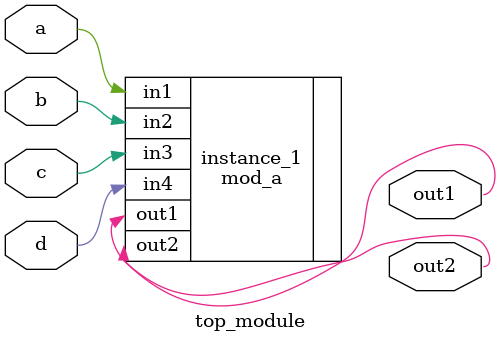
<source format=v>
module top_module ( 
    input a, 
    input b, 
    input c,
    input d,
    output out1,
    output out2
);
    mod_a instance_1(.out1(out1),.out2(out2),.in1(a),.in2(b),.in3(c),.in4(d));

endmodule

</source>
